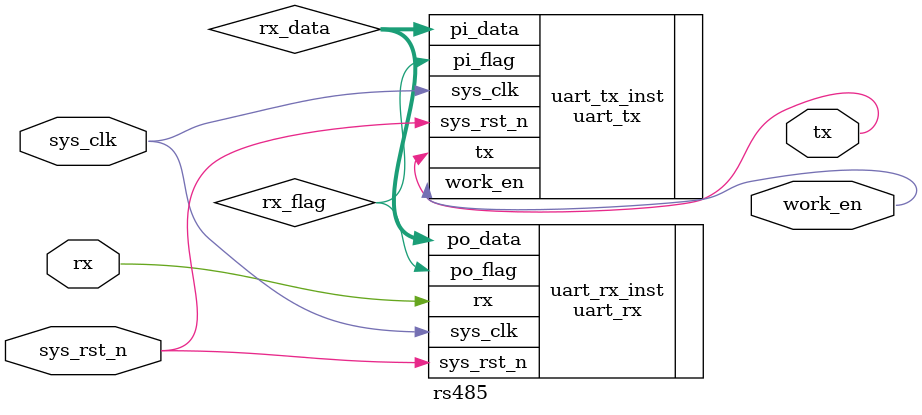
<source format=v>
module  rs485
(
    input   wire            sys_clk     ,
    input   wire            sys_rst_n   ,
    input   wire            rx          ,
    
    output  wire            tx          ,
    output  wire            work_en     

);

parameter CLK_FREQ = 50_000_000;

wire  [7:0] rx_data;
wire        rx_flag;


uart_rx
#(
    .UART_BPS(9600),
    .CLK_FREQ(CLK_FREQ)
)
uart_rx_inst
(
    .sys_clk     (sys_clk  ),
    .sys_rst_n   (sys_rst_n),
    .rx          (rx       ),
    
    .po_data     (rx_data  ),
    .po_flag     (rx_flag  )
);

uart_tx
#(
    .UART_BPS(9600      ),
    .CLK_FREQ(CLK_FREQ)
)
uart_tx_inst
(
    .sys_clk     (sys_clk  ),
    .sys_rst_n   (sys_rst_n),
    .pi_data     (rx_data  ),
    .pi_flag     (rx_flag  ),
    
    .tx          (tx       ),
    .work_en     (work_en  )
);

endmodule
</source>
